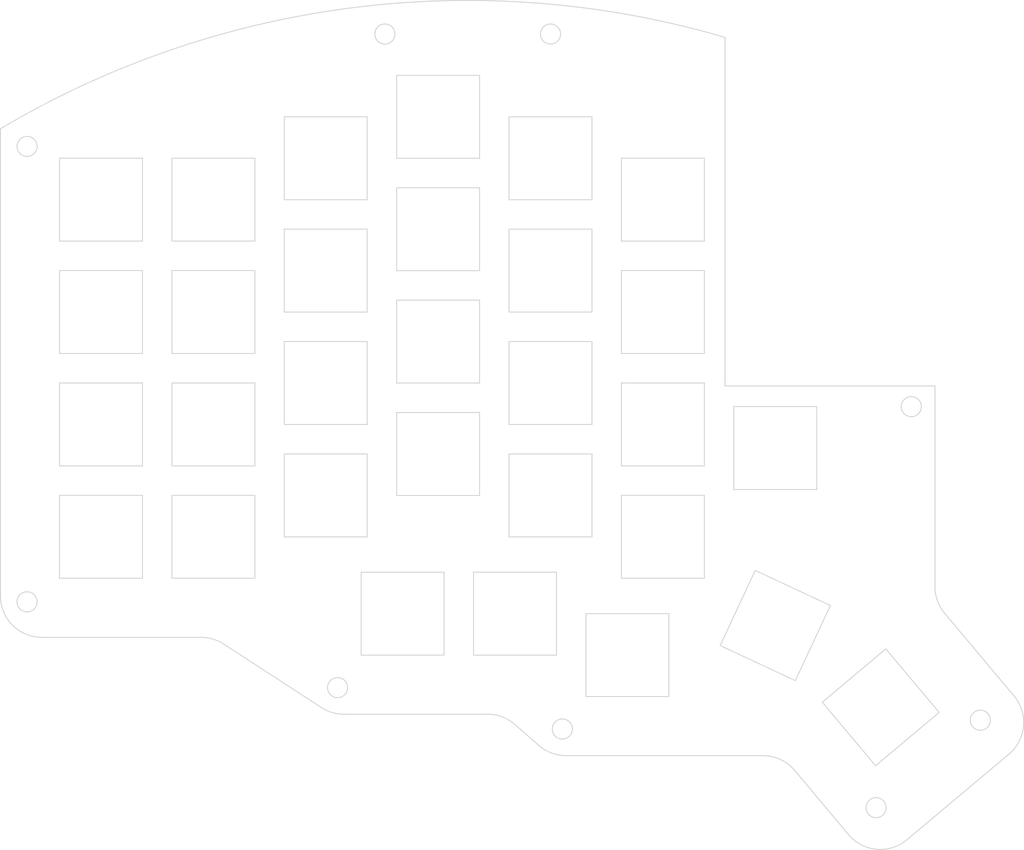
<source format=kicad_pcb>

            
(kicad_pcb (version 20171130) (host pcbnew 5.1.6)

  (page A3)
  (title_block
    (title plateTOP)
    (rev v1.0.0)
    (company Unknown)
  )

  (general
    (thickness 1.6)
  )

  (layers
    (0 F.Cu signal)
    (31 B.Cu signal)
    (32 B.Adhes user)
    (33 F.Adhes user)
    (34 B.Paste user)
    (35 F.Paste user)
    (36 B.SilkS user)
    (37 F.SilkS user)
    (38 B.Mask user)
    (39 F.Mask user)
    (40 Dwgs.User user)
    (41 Cmts.User user)
    (42 Eco1.User user)
    (43 Eco2.User user)
    (44 Edge.Cuts user)
    (45 Margin user)
    (46 B.CrtYd user)
    (47 F.CrtYd user)
    (48 B.Fab user)
    (49 F.Fab user)
  )

  (setup
    (last_trace_width 0.25)
    (trace_clearance 0.2)
    (zone_clearance 0.508)
    (zone_45_only no)
    (trace_min 0.2)
    (via_size 0.8)
    (via_drill 0.4)
    (via_min_size 0.4)
    (via_min_drill 0.3)
    (uvia_size 0.3)
    (uvia_drill 0.1)
    (uvias_allowed no)
    (uvia_min_size 0.2)
    (uvia_min_drill 0.1)
    (edge_width 0.05)
    (segment_width 0.2)
    (pcb_text_width 0.3)
    (pcb_text_size 1.5 1.5)
    (mod_edge_width 0.12)
    (mod_text_size 1 1)
    (mod_text_width 0.15)
    (pad_size 1.524 1.524)
    (pad_drill 0.762)
    (pad_to_mask_clearance 0.05)
    (aux_axis_origin 0 0)
    (visible_elements FFFFFF7F)
    (pcbplotparams
      (layerselection 0x010fc_ffffffff)
      (usegerberextensions false)
      (usegerberattributes true)
      (usegerberadvancedattributes true)
      (creategerberjobfile true)
      (excludeedgelayer true)
      (linewidth 0.100000)
      (plotframeref false)
      (viasonmask false)
      (mode 1)
      (useauxorigin false)
      (hpglpennumber 1)
      (hpglpenspeed 20)
      (hpglpendiameter 15.000000)
      (psnegative false)
      (psa4output false)
      (plotreference true)
      (plotvalue true)
      (plotinvisibletext false)
      (padsonsilk false)
      (subtractmaskfromsilk false)
      (outputformat 1)
      (mirror false)
      (drillshape 1)
      (scaleselection 1)
      (outputdirectory ""))
  )

            (net 0 "")
            
  (net_class Default "This is the default net class."
    (clearance 0.2)
    (trace_width 0.25)
    (via_dia 0.8)
    (via_drill 0.4)
    (uvia_dia 0.3)
    (uvia_drill 0.1)
    (add_net "")
  )

            
            (gr_line (start 141 8.433987063444732) (end 141 -25.5) (angle 90) (layer Edge.Cuts) (width 0.15))
(gr_line (start -16.9740616 -69) (end -17 -69) (angle 90) (layer Edge.Cuts) (width 0.15))
(gr_line (start -17 10) (end -17 -69) (angle 90) (layer Edge.Cuts) (width 0.15))
(gr_line (start -10 17) (end 16.924919499999998 17) (angle 90) (layer Edge.Cuts) (width 0.15))
(gr_line (start 20.739838256590506 18.13089486678383) (end 37.2601617434095 28.869105133216173) (angle 90) (layer Edge.Cuts) (width 0.15))
(gr_line (start 41.075080500000006 30) (end 65.36985410000001 30) (angle 90) (layer Edge.Cuts) (width 0.15))
(gr_line (start 69.97938634336285 31.731963050442488) (end 74.02061365663717 35.268036949557526) (angle 90) (layer Edge.Cuts) (width 0.15))
(gr_line (start 78.6301459 37) (end 111.92036029519251 37) (angle 90) (layer Edge.Cuts) (width 0.15))
(gr_line (start 117.28267132048012 39.50048661096125) (end 126.39311910977483 50.35789549173862) (angle 90) (layer Edge.Cuts) (width 0.15))
(gr_line (start 136.25494352410118 51.220693127987445) (end 153.49094339246847 36.757971990289036) (angle 90) (layer Edge.Cuts) (width 0.15))
(gr_line (start 154.35374102871737 26.896147575962715) (end 142.6376889747124 12.933500452483486) (angle 90) (layer Edge.Cuts) (width 0.15))
(gr_arc (start -10 10) (end -17 10) (angle -90) (layer Edge.Cuts) (width 0.15))
(gr_arc (start 16.924919499999998 24) (end 20.739838199999998 18.1308949) (angle -33.02387043815346) (layer Edge.Cuts) (width 0.15))
(gr_arc (start 41.075080500000006 23) (end 37.260161800000006 28.8691051) (angle -33.02387043815344) (layer Edge.Cuts) (width 0.15))
(gr_arc (start 65.36985410000001 37) (end 69.97938630000002 31.7319631) (angle -41.18592462671639) (layer Edge.Cuts) (width 0.15))
(gr_arc (start 78.6301459 30) (end 74.0206137 35.2680369) (angle -41.185924626716286) (layer Edge.Cuts) (width 0.15))
(gr_arc (start 111.92036029519251 44) (end 117.28267129519251 39.5004866) (angle -49.9999988371234) (layer Edge.Cuts) (width 0.15))
(gr_arc (start 131.75543013506243 45.85838210269982) (end 126.39311913506242 50.35789550269982) (angle -89.99999999999957) (layer Edge.Cuts) (width 0.15))
(gr_arc (start 148.99143000342974 31.39566096500144) (end 153.49094340342975 36.75797196500144) (angle -89.99999999999983) (layer Edge.Cuts) (width 0.15))
(gr_arc (start 148 8.433987063444732) (end 141 8.433987063444732) (angle -40.000001162876686) (layer Edge.Cuts) (width 0.15))
(gr_arc (start 62 64) (end 105.5 -84.43736860000001) (angle -47.0347896142913) (layer Edge.Cuts) (width 0.15))
(gr_line (start -7.01 7.01) (end 7.01 7.01) (angle 90) (layer Edge.Cuts) (width 0.15))
(gr_line (start 7.01 7.01) (end 7.01 -7.01) (angle 90) (layer Edge.Cuts) (width 0.15))
(gr_line (start 7.01 -7.01) (end -7.01 -7.01) (angle 90) (layer Edge.Cuts) (width 0.15))
(gr_line (start -7.01 -7.01) (end -7.01 7.01) (angle 90) (layer Edge.Cuts) (width 0.15))
(gr_line (start -7.01 -11.99) (end 7.01 -11.99) (angle 90) (layer Edge.Cuts) (width 0.15))
(gr_line (start 7.01 -11.99) (end 7.01 -26.009999999999998) (angle 90) (layer Edge.Cuts) (width 0.15))
(gr_line (start 7.01 -26.009999999999998) (end -7.01 -26.009999999999998) (angle 90) (layer Edge.Cuts) (width 0.15))
(gr_line (start -7.01 -26.009999999999998) (end -7.01 -11.99) (angle 90) (layer Edge.Cuts) (width 0.15))
(gr_line (start -7.01 -30.990000000000002) (end 7.01 -30.990000000000002) (angle 90) (layer Edge.Cuts) (width 0.15))
(gr_line (start 7.01 -30.990000000000002) (end 7.01 -45.010000000000005) (angle 90) (layer Edge.Cuts) (width 0.15))
(gr_line (start 7.01 -45.010000000000005) (end -7.01 -45.010000000000005) (angle 90) (layer Edge.Cuts) (width 0.15))
(gr_line (start -7.01 -45.010000000000005) (end -7.01 -30.990000000000002) (angle 90) (layer Edge.Cuts) (width 0.15))
(gr_line (start -7.01 -49.99) (end 7.01 -49.99) (angle 90) (layer Edge.Cuts) (width 0.15))
(gr_line (start 7.01 -49.99) (end 7.01 -64.01) (angle 90) (layer Edge.Cuts) (width 0.15))
(gr_line (start 7.01 -64.01) (end -7.01 -64.01) (angle 90) (layer Edge.Cuts) (width 0.15))
(gr_line (start -7.01 -64.01) (end -7.01 -49.99) (angle 90) (layer Edge.Cuts) (width 0.15))
(gr_line (start 11.99 7.01) (end 26.009999999999998 7.01) (angle 90) (layer Edge.Cuts) (width 0.15))
(gr_line (start 26.009999999999998 7.01) (end 26.009999999999998 -7.01) (angle 90) (layer Edge.Cuts) (width 0.15))
(gr_line (start 26.009999999999998 -7.01) (end 11.99 -7.01) (angle 90) (layer Edge.Cuts) (width 0.15))
(gr_line (start 11.99 -7.01) (end 11.99 7.01) (angle 90) (layer Edge.Cuts) (width 0.15))
(gr_line (start 11.99 -11.99) (end 26.009999999999998 -11.99) (angle 90) (layer Edge.Cuts) (width 0.15))
(gr_line (start 26.009999999999998 -11.99) (end 26.009999999999998 -26.009999999999998) (angle 90) (layer Edge.Cuts) (width 0.15))
(gr_line (start 26.009999999999998 -26.009999999999998) (end 11.99 -26.009999999999998) (angle 90) (layer Edge.Cuts) (width 0.15))
(gr_line (start 11.99 -26.009999999999998) (end 11.99 -11.99) (angle 90) (layer Edge.Cuts) (width 0.15))
(gr_line (start 11.99 -30.990000000000002) (end 26.009999999999998 -30.990000000000002) (angle 90) (layer Edge.Cuts) (width 0.15))
(gr_line (start 26.009999999999998 -30.990000000000002) (end 26.009999999999998 -45.010000000000005) (angle 90) (layer Edge.Cuts) (width 0.15))
(gr_line (start 26.009999999999998 -45.010000000000005) (end 11.99 -45.010000000000005) (angle 90) (layer Edge.Cuts) (width 0.15))
(gr_line (start 11.99 -45.010000000000005) (end 11.99 -30.990000000000002) (angle 90) (layer Edge.Cuts) (width 0.15))
(gr_line (start 11.99 -49.99) (end 26.009999999999998 -49.99) (angle 90) (layer Edge.Cuts) (width 0.15))
(gr_line (start 26.009999999999998 -49.99) (end 26.009999999999998 -64.01) (angle 90) (layer Edge.Cuts) (width 0.15))
(gr_line (start 26.009999999999998 -64.01) (end 11.99 -64.01) (angle 90) (layer Edge.Cuts) (width 0.15))
(gr_line (start 11.99 -64.01) (end 11.99 -49.99) (angle 90) (layer Edge.Cuts) (width 0.15))
(gr_line (start 30.990000000000002 0.009999999999999787) (end 45.010000000000005 0.009999999999999787) (angle 90) (layer Edge.Cuts) (width 0.15))
(gr_line (start 45.010000000000005 0.009999999999999787) (end 45.010000000000005 -14.01) (angle 90) (layer Edge.Cuts) (width 0.15))
(gr_line (start 45.010000000000005 -14.01) (end 30.990000000000002 -14.01) (angle 90) (layer Edge.Cuts) (width 0.15))
(gr_line (start 30.990000000000002 -14.01) (end 30.990000000000002 0.009999999999999787) (angle 90) (layer Edge.Cuts) (width 0.15))
(gr_line (start 30.990000000000002 -18.990000000000002) (end 45.010000000000005 -18.990000000000002) (angle 90) (layer Edge.Cuts) (width 0.15))
(gr_line (start 45.010000000000005 -18.990000000000002) (end 45.010000000000005 -33.010000000000005) (angle 90) (layer Edge.Cuts) (width 0.15))
(gr_line (start 45.010000000000005 -33.010000000000005) (end 30.990000000000002 -33.010000000000005) (angle 90) (layer Edge.Cuts) (width 0.15))
(gr_line (start 30.990000000000002 -33.010000000000005) (end 30.990000000000002 -18.990000000000002) (angle 90) (layer Edge.Cuts) (width 0.15))
(gr_line (start 30.990000000000002 -37.99) (end 45.010000000000005 -37.99) (angle 90) (layer Edge.Cuts) (width 0.15))
(gr_line (start 45.010000000000005 -37.99) (end 45.010000000000005 -52.010000000000005) (angle 90) (layer Edge.Cuts) (width 0.15))
(gr_line (start 45.010000000000005 -52.010000000000005) (end 30.990000000000002 -52.010000000000005) (angle 90) (layer Edge.Cuts) (width 0.15))
(gr_line (start 30.990000000000002 -52.010000000000005) (end 30.990000000000002 -37.99) (angle 90) (layer Edge.Cuts) (width 0.15))
(gr_line (start 30.990000000000002 -56.99) (end 45.010000000000005 -56.99) (angle 90) (layer Edge.Cuts) (width 0.15))
(gr_line (start 45.010000000000005 -56.99) (end 45.010000000000005 -71.01) (angle 90) (layer Edge.Cuts) (width 0.15))
(gr_line (start 45.010000000000005 -71.01) (end 30.990000000000002 -71.01) (angle 90) (layer Edge.Cuts) (width 0.15))
(gr_line (start 30.990000000000002 -71.01) (end 30.990000000000002 -56.99) (angle 90) (layer Edge.Cuts) (width 0.15))
(gr_line (start 49.99 -6.99) (end 64.01 -6.99) (angle 90) (layer Edge.Cuts) (width 0.15))
(gr_line (start 64.01 -6.99) (end 64.01 -21.009999999999998) (angle 90) (layer Edge.Cuts) (width 0.15))
(gr_line (start 64.01 -21.009999999999998) (end 49.99 -21.009999999999998) (angle 90) (layer Edge.Cuts) (width 0.15))
(gr_line (start 49.99 -21.009999999999998) (end 49.99 -6.99) (angle 90) (layer Edge.Cuts) (width 0.15))
(gr_line (start 49.99 -25.990000000000002) (end 64.01 -25.990000000000002) (angle 90) (layer Edge.Cuts) (width 0.15))
(gr_line (start 64.01 -25.990000000000002) (end 64.01 -40.010000000000005) (angle 90) (layer Edge.Cuts) (width 0.15))
(gr_line (start 64.01 -40.010000000000005) (end 49.99 -40.010000000000005) (angle 90) (layer Edge.Cuts) (width 0.15))
(gr_line (start 49.99 -40.010000000000005) (end 49.99 -25.990000000000002) (angle 90) (layer Edge.Cuts) (width 0.15))
(gr_line (start 49.99 -44.99) (end 64.01 -44.99) (angle 90) (layer Edge.Cuts) (width 0.15))
(gr_line (start 64.01 -44.99) (end 64.01 -59.010000000000005) (angle 90) (layer Edge.Cuts) (width 0.15))
(gr_line (start 64.01 -59.010000000000005) (end 49.99 -59.010000000000005) (angle 90) (layer Edge.Cuts) (width 0.15))
(gr_line (start 49.99 -59.010000000000005) (end 49.99 -44.99) (angle 90) (layer Edge.Cuts) (width 0.15))
(gr_line (start 49.99 -63.99) (end 64.01 -63.99) (angle 90) (layer Edge.Cuts) (width 0.15))
(gr_line (start 64.01 -63.99) (end 64.01 -78.01) (angle 90) (layer Edge.Cuts) (width 0.15))
(gr_line (start 64.01 -78.01) (end 49.99 -78.01) (angle 90) (layer Edge.Cuts) (width 0.15))
(gr_line (start 49.99 -78.01) (end 49.99 -63.99) (angle 90) (layer Edge.Cuts) (width 0.15))
(gr_line (start 68.99 0.009999999999999787) (end 83.00999999999999 0.009999999999999787) (angle 90) (layer Edge.Cuts) (width 0.15))
(gr_line (start 83.00999999999999 0.009999999999999787) (end 83.00999999999999 -14.01) (angle 90) (layer Edge.Cuts) (width 0.15))
(gr_line (start 83.00999999999999 -14.01) (end 68.99 -14.01) (angle 90) (layer Edge.Cuts) (width 0.15))
(gr_line (start 68.99 -14.01) (end 68.99 0.009999999999999787) (angle 90) (layer Edge.Cuts) (width 0.15))
(gr_line (start 68.99 -18.990000000000002) (end 83.00999999999999 -18.990000000000002) (angle 90) (layer Edge.Cuts) (width 0.15))
(gr_line (start 83.00999999999999 -18.990000000000002) (end 83.00999999999999 -33.010000000000005) (angle 90) (layer Edge.Cuts) (width 0.15))
(gr_line (start 83.00999999999999 -33.010000000000005) (end 68.99 -33.010000000000005) (angle 90) (layer Edge.Cuts) (width 0.15))
(gr_line (start 68.99 -33.010000000000005) (end 68.99 -18.990000000000002) (angle 90) (layer Edge.Cuts) (width 0.15))
(gr_line (start 68.99 -37.99) (end 83.00999999999999 -37.99) (angle 90) (layer Edge.Cuts) (width 0.15))
(gr_line (start 83.00999999999999 -37.99) (end 83.00999999999999 -52.010000000000005) (angle 90) (layer Edge.Cuts) (width 0.15))
(gr_line (start 83.00999999999999 -52.010000000000005) (end 68.99 -52.010000000000005) (angle 90) (layer Edge.Cuts) (width 0.15))
(gr_line (start 68.99 -52.010000000000005) (end 68.99 -37.99) (angle 90) (layer Edge.Cuts) (width 0.15))
(gr_line (start 68.99 -56.99) (end 83.00999999999999 -56.99) (angle 90) (layer Edge.Cuts) (width 0.15))
(gr_line (start 83.00999999999999 -56.99) (end 83.00999999999999 -71.01) (angle 90) (layer Edge.Cuts) (width 0.15))
(gr_line (start 83.00999999999999 -71.01) (end 68.99 -71.01) (angle 90) (layer Edge.Cuts) (width 0.15))
(gr_line (start 68.99 -71.01) (end 68.99 -56.99) (angle 90) (layer Edge.Cuts) (width 0.15))
(gr_line (start 87.99 7.01) (end 102.00999999999999 7.01) (angle 90) (layer Edge.Cuts) (width 0.15))
(gr_line (start 102.00999999999999 7.01) (end 102.00999999999999 -7.01) (angle 90) (layer Edge.Cuts) (width 0.15))
(gr_line (start 102.00999999999999 -7.01) (end 87.99 -7.01) (angle 90) (layer Edge.Cuts) (width 0.15))
(gr_line (start 87.99 -7.01) (end 87.99 7.01) (angle 90) (layer Edge.Cuts) (width 0.15))
(gr_line (start 87.99 -11.99) (end 102.00999999999999 -11.99) (angle 90) (layer Edge.Cuts) (width 0.15))
(gr_line (start 102.00999999999999 -11.99) (end 102.00999999999999 -26.009999999999998) (angle 90) (layer Edge.Cuts) (width 0.15))
(gr_line (start 102.00999999999999 -26.009999999999998) (end 87.99 -26.009999999999998) (angle 90) (layer Edge.Cuts) (width 0.15))
(gr_line (start 87.99 -26.009999999999998) (end 87.99 -11.99) (angle 90) (layer Edge.Cuts) (width 0.15))
(gr_line (start 87.99 -30.990000000000002) (end 102.00999999999999 -30.990000000000002) (angle 90) (layer Edge.Cuts) (width 0.15))
(gr_line (start 102.00999999999999 -30.990000000000002) (end 102.00999999999999 -45.010000000000005) (angle 90) (layer Edge.Cuts) (width 0.15))
(gr_line (start 102.00999999999999 -45.010000000000005) (end 87.99 -45.010000000000005) (angle 90) (layer Edge.Cuts) (width 0.15))
(gr_line (start 87.99 -45.010000000000005) (end 87.99 -30.990000000000002) (angle 90) (layer Edge.Cuts) (width 0.15))
(gr_line (start 87.99 -49.99) (end 102.00999999999999 -49.99) (angle 90) (layer Edge.Cuts) (width 0.15))
(gr_line (start 102.00999999999999 -49.99) (end 102.00999999999999 -64.01) (angle 90) (layer Edge.Cuts) (width 0.15))
(gr_line (start 102.00999999999999 -64.01) (end 87.99 -64.01) (angle 90) (layer Edge.Cuts) (width 0.15))
(gr_line (start 87.99 -64.01) (end 87.99 -49.99) (angle 90) (layer Edge.Cuts) (width 0.15))
(gr_line (start 43.99 20.009999999999998) (end 58.010000000000005 20.009999999999998) (angle 90) (layer Edge.Cuts) (width 0.15))
(gr_line (start 58.010000000000005 20.009999999999998) (end 58.010000000000005 5.989999999999998) (angle 90) (layer Edge.Cuts) (width 0.15))
(gr_line (start 58.010000000000005 5.989999999999998) (end 43.99 5.989999999999998) (angle 90) (layer Edge.Cuts) (width 0.15))
(gr_line (start 43.99 5.989999999999998) (end 43.99 20.009999999999998) (angle 90) (layer Edge.Cuts) (width 0.15))
(gr_line (start 62.99 20.009999999999998) (end 77.01 20.009999999999998) (angle 90) (layer Edge.Cuts) (width 0.15))
(gr_line (start 77.01 20.009999999999998) (end 77.01 5.989999999999998) (angle 90) (layer Edge.Cuts) (width 0.15))
(gr_line (start 77.01 5.989999999999998) (end 62.99 5.989999999999998) (angle 90) (layer Edge.Cuts) (width 0.15))
(gr_line (start 62.99 5.989999999999998) (end 62.99 20.009999999999998) (angle 90) (layer Edge.Cuts) (width 0.15))
(gr_line (start 81.99 27.009999999999998) (end 96.00999999999999 27.009999999999998) (angle 90) (layer Edge.Cuts) (width 0.15))
(gr_line (start 96.00999999999999 27.009999999999998) (end 96.00999999999999 12.989999999999998) (angle 90) (layer Edge.Cuts) (width 0.15))
(gr_line (start 96.00999999999999 12.989999999999998) (end 81.99 12.989999999999998) (angle 90) (layer Edge.Cuts) (width 0.15))
(gr_line (start 81.99 12.989999999999998) (end 81.99 27.009999999999998) (angle 90) (layer Edge.Cuts) (width 0.15))
(gr_line (start 106.99 -7.99) (end 121.00999999999999 -7.99) (angle 90) (layer Edge.Cuts) (width 0.15))
(gr_line (start 121.00999999999999 -7.99) (end 121.00999999999999 -22.009999999999998) (angle 90) (layer Edge.Cuts) (width 0.15))
(gr_line (start 121.00999999999999 -22.009999999999998) (end 106.99 -22.009999999999998) (angle 90) (layer Edge.Cuts) (width 0.15))
(gr_line (start 106.99 -22.009999999999998) (end 106.99 -7.99) (angle 90) (layer Edge.Cuts) (width 0.15))
(gr_line (start 104.6842284 18.390663599999996) (end 117.3906636 24.315771599999998) (angle 90) (layer Edge.Cuts) (width 0.15))
(gr_line (start 117.3906636 24.315771599999998) (end 123.31577159999999 11.609336399999998) (angle 90) (layer Edge.Cuts) (width 0.15))
(gr_line (start 123.31577159999999 11.609336399999998) (end 110.60933639999999 5.6842283999999985) (angle 90) (layer Edge.Cuts) (width 0.15))
(gr_line (start 110.60933639999999 5.6842283999999985) (end 104.6842284 18.390663599999996) (angle 90) (layer Edge.Cuts) (width 0.15))
(gr_line (start 121.9497673 27.965110300000003) (end 130.9616496 38.705053400000004) (angle 90) (layer Edge.Cuts) (width 0.15))
(gr_line (start 130.9616496 38.705053400000004) (end 141.7015927 29.6931711) (angle 90) (layer Edge.Cuts) (width 0.15))
(gr_line (start 141.7015927 29.6931711) (end 132.6897104 18.953228000000003) (angle 90) (layer Edge.Cuts) (width 0.15))
(gr_line (start 132.6897104 18.953228000000003) (end 121.9497673 27.965110300000003) (angle 90) (layer Edge.Cuts) (width 0.15))
(gr_line (start 105.5 -25.5) (end 141 -25.5) (angle 90) (layer Edge.Cuts) (width 0.15))
(gr_line (start 105.5 -84.43736860000001) (end 105.5 -25.5) (angle 90) (layer Edge.Cuts) (width 0.15))
(gr_circle (center -12.5 -66) (end -10.8 -66) (layer Edge.Cuts) (width 0.15))
(gr_circle (center -12.5 11) (end -10.8 11) (layer Edge.Cuts) (width 0.15))
(gr_circle (center 40 25.5) (end 41.7 25.5) (layer Edge.Cuts) (width 0.15))
(gr_circle (center 78 32.5) (end 79.7 32.5) (layer Edge.Cuts) (width 0.15))
(gr_circle (center 131.051014 45.796753800000005) (end 132.751014 45.796753800000005) (layer Edge.Cuts) (width 0.15))
(gr_circle (center 148.6700362 31.0126387) (end 150.3700362 31.0126387) (layer Edge.Cuts) (width 0.15))
(gr_circle (center 137 -22) (end 138.7 -22) (layer Edge.Cuts) (width 0.15))
(gr_circle (center 76 -85) (end 77.7 -85) (layer Edge.Cuts) (width 0.15))
(gr_circle (center 48 -85) (end 49.7 -85) (layer Edge.Cuts) (width 0.15))
            
)

        
</source>
